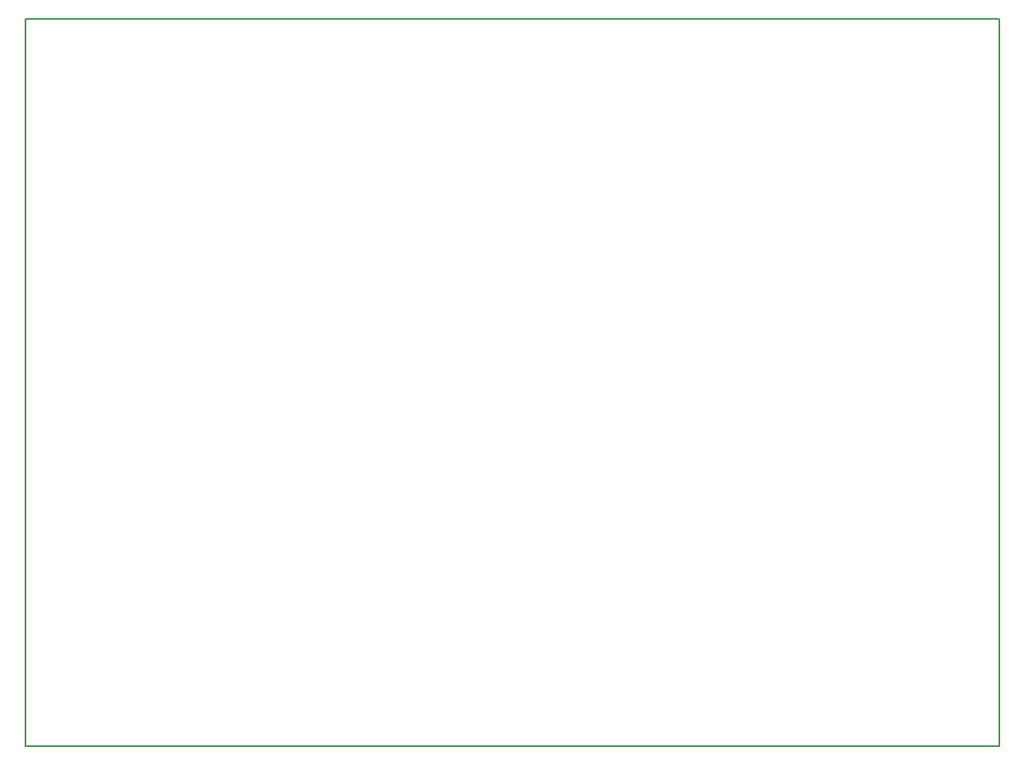
<source format=gbr>
G04 #@! TF.GenerationSoftware,KiCad,Pcbnew,5.0.0-fee4fd1~66~ubuntu18.04.1*
G04 #@! TF.CreationDate,2018-08-30T15:57:46+01:00*
G04 #@! TF.ProjectId,ArduBoard,41726475426F6172642E6B696361645F,rev?*
G04 #@! TF.SameCoordinates,PX59a0560PY7df6180*
G04 #@! TF.FileFunction,Profile,NP*
%FSLAX46Y46*%
G04 Gerber Fmt 4.6, Leading zero omitted, Abs format (unit mm)*
G04 Created by KiCad (PCBNEW 5.0.0-fee4fd1~66~ubuntu18.04.1) date Thu Aug 30 15:57:46 2018*
%MOMM*%
%LPD*%
G01*
G04 APERTURE LIST*
%ADD10C,0.150000*%
G04 APERTURE END LIST*
D10*
X0Y74930000D02*
X0Y0D01*
X100330000Y74930000D02*
X0Y74930000D01*
X100330000Y0D02*
X100330000Y74930000D01*
X0Y0D02*
X100330000Y0D01*
M02*

</source>
